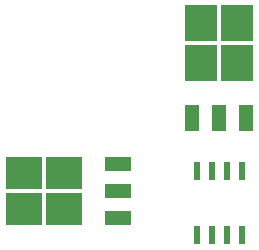
<source format=gbr>
G04 #@! TF.GenerationSoftware,KiCad,Pcbnew,(5.0.0)*
G04 #@! TF.CreationDate,2022-12-05T21:19:23-03:00*
G04 #@! TF.ProjectId,Projeto final,50726F6A65746F2066696E616C2E6B69,rev?*
G04 #@! TF.SameCoordinates,Original*
G04 #@! TF.FileFunction,Paste,Top*
G04 #@! TF.FilePolarity,Positive*
%FSLAX46Y46*%
G04 Gerber Fmt 4.6, Leading zero omitted, Abs format (unit mm)*
G04 Created by KiCad (PCBNEW (5.0.0)) date 12/05/22 21:19:23*
%MOMM*%
%LPD*%
G01*
G04 APERTURE LIST*
%ADD10R,1.200000X2.200000*%
%ADD11R,2.750000X3.050000*%
%ADD12R,0.600000X1.550000*%
%ADD13R,3.050000X2.750000*%
%ADD14R,2.200000X1.200000*%
G04 APERTURE END LIST*
D10*
G04 #@! TO.C,U0*
X136200000Y-94520000D03*
X138480000Y-94520000D03*
X140760000Y-94520000D03*
D11*
X140005000Y-86545000D03*
X136955000Y-89895000D03*
X136955000Y-86545000D03*
X140005000Y-89895000D03*
G04 #@! TD*
D12*
G04 #@! TO.C,U1*
X136575000Y-104450000D03*
X137845000Y-104450000D03*
X139115000Y-104450000D03*
X140385000Y-104450000D03*
X140385000Y-99050000D03*
X139115000Y-99050000D03*
X137845000Y-99050000D03*
X136575000Y-99050000D03*
G04 #@! TD*
D13*
G04 #@! TO.C,U4*
X125320000Y-99210000D03*
X121970000Y-102260000D03*
X125320000Y-102260000D03*
X121970000Y-99210000D03*
D14*
X129945000Y-98455000D03*
X129945000Y-100735000D03*
X129945000Y-103015000D03*
G04 #@! TD*
M02*

</source>
